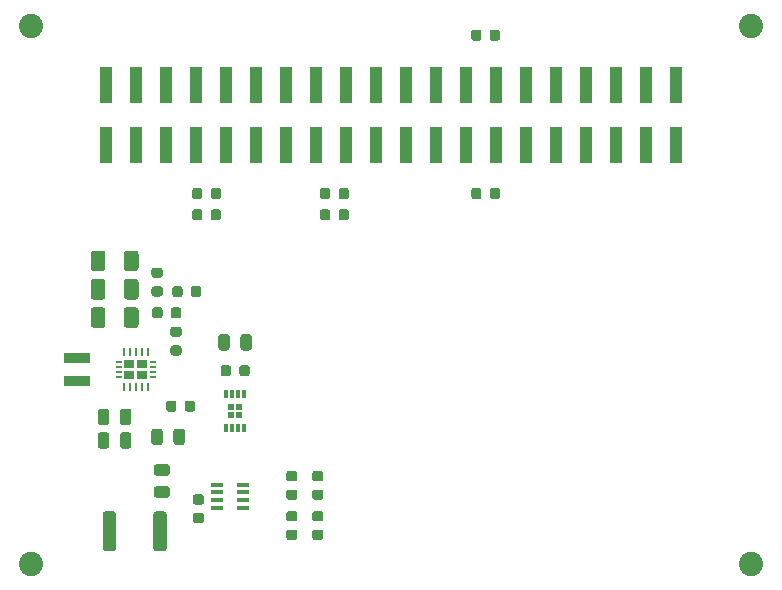
<source format=gtp>
G04 #@! TF.GenerationSoftware,KiCad,Pcbnew,5.1.6-c6e7f7d~86~ubuntu18.04.1*
G04 #@! TF.CreationDate,2020-07-16T01:51:11+09:00*
G04 #@! TF.ProjectId,WioTerminal_BatteryChassisAAA,57696f54-6572-46d6-996e-616c5f426174,rev?*
G04 #@! TF.SameCoordinates,PX206cc80PYfe6f74f0*
G04 #@! TF.FileFunction,Paste,Top*
G04 #@! TF.FilePolarity,Positive*
%FSLAX46Y46*%
G04 Gerber Fmt 4.6, Leading zero omitted, Abs format (unit mm)*
G04 Created by KiCad (PCBNEW 5.1.6-c6e7f7d~86~ubuntu18.04.1) date 2020-07-16 01:51:11*
%MOMM*%
%LPD*%
G01*
G04 APERTURE LIST*
%ADD10C,2.050000*%
%ADD11R,0.600000X0.150000*%
%ADD12O,0.230000X0.800000*%
%ADD13R,0.230000X0.230000*%
%ADD14R,0.900000X0.650000*%
%ADD15R,0.600000X0.230000*%
%ADD16R,1.060000X0.400000*%
%ADD17R,0.300000X0.750000*%
%ADD18R,0.600000X0.500000*%
%ADD19R,1.000000X3.150000*%
%ADD20R,2.300000X0.850000*%
G04 APERTURE END LIST*
D10*
X-30500000Y22750000D03*
X-30500000Y-22750000D03*
X30500000Y-22750000D03*
X30500000Y22750000D03*
D11*
X-20175000Y-6900000D03*
X-20175000Y-5700000D03*
X-23025000Y-6900000D03*
X-23025000Y-5700000D03*
D12*
X-22600000Y-7775000D03*
X-22100000Y-7775000D03*
D13*
X-21600000Y-8060000D03*
D12*
X-21100000Y-7775000D03*
D13*
X-20600000Y-8060000D03*
D12*
X-20600000Y-4825000D03*
X-21100000Y-4825000D03*
D13*
X-21600000Y-4540000D03*
X-22100000Y-4540000D03*
X-22600000Y-4540000D03*
D11*
X-23025000Y-6500000D03*
X-23025000Y-6100000D03*
X-20175000Y-6500000D03*
X-20175000Y-6100000D03*
D13*
X-22600000Y-8060000D03*
X-22100000Y-8060000D03*
D12*
X-21600000Y-7775000D03*
D13*
X-21100000Y-8060000D03*
D12*
X-20600000Y-7775000D03*
D13*
X-20600000Y-4540000D03*
X-21100000Y-4540000D03*
D12*
X-21600000Y-4825000D03*
X-22100000Y-4825000D03*
X-22600000Y-4825000D03*
D14*
X-22160000Y-6735000D03*
X-21040000Y-5865000D03*
X-21040000Y-6735000D03*
X-22160000Y-5865000D03*
D15*
X-23025000Y-6900000D03*
X-23025000Y-6500000D03*
X-23025000Y-6100000D03*
X-23025000Y-5700000D03*
X-20175000Y-6900000D03*
X-20175000Y-6500000D03*
X-20175000Y-6100000D03*
X-20175000Y-5700000D03*
G36*
G01*
X-21975000Y-11843750D02*
X-21975000Y-12756250D01*
G75*
G02*
X-22218750Y-13000000I-243750J0D01*
G01*
X-22706250Y-13000000D01*
G75*
G02*
X-22950000Y-12756250I0J243750D01*
G01*
X-22950000Y-11843750D01*
G75*
G02*
X-22706250Y-11600000I243750J0D01*
G01*
X-22218750Y-11600000D01*
G75*
G02*
X-21975000Y-11843750I0J-243750D01*
G01*
G37*
G36*
G01*
X-23850000Y-11843750D02*
X-23850000Y-12756250D01*
G75*
G02*
X-24093750Y-13000000I-243750J0D01*
G01*
X-24581250Y-13000000D01*
G75*
G02*
X-24825000Y-12756250I0J243750D01*
G01*
X-24825000Y-11843750D01*
G75*
G02*
X-24581250Y-11600000I243750J0D01*
G01*
X-24093750Y-11600000D01*
G75*
G02*
X-23850000Y-11843750I0J-243750D01*
G01*
G37*
G36*
G01*
X-16043750Y-19325000D02*
X-16556250Y-19325000D01*
G75*
G02*
X-16775000Y-19106250I0J218750D01*
G01*
X-16775000Y-18668750D01*
G75*
G02*
X-16556250Y-18450000I218750J0D01*
G01*
X-16043750Y-18450000D01*
G75*
G02*
X-15825000Y-18668750I0J-218750D01*
G01*
X-15825000Y-19106250D01*
G75*
G02*
X-16043750Y-19325000I-218750J0D01*
G01*
G37*
G36*
G01*
X-16043750Y-17750000D02*
X-16556250Y-17750000D01*
G75*
G02*
X-16775000Y-17531250I0J218750D01*
G01*
X-16775000Y-17093750D01*
G75*
G02*
X-16556250Y-16875000I218750J0D01*
G01*
X-16043750Y-16875000D01*
G75*
G02*
X-15825000Y-17093750I0J-218750D01*
G01*
X-15825000Y-17531250D01*
G75*
G02*
X-16043750Y-17750000I-218750J0D01*
G01*
G37*
G36*
G01*
X-23850000Y-9843750D02*
X-23850000Y-10756250D01*
G75*
G02*
X-24093750Y-11000000I-243750J0D01*
G01*
X-24581250Y-11000000D01*
G75*
G02*
X-24825000Y-10756250I0J243750D01*
G01*
X-24825000Y-9843750D01*
G75*
G02*
X-24581250Y-9600000I243750J0D01*
G01*
X-24093750Y-9600000D01*
G75*
G02*
X-23850000Y-9843750I0J-243750D01*
G01*
G37*
G36*
G01*
X-21975000Y-9843750D02*
X-21975000Y-10756250D01*
G75*
G02*
X-22218750Y-11000000I-243750J0D01*
G01*
X-22706250Y-11000000D01*
G75*
G02*
X-22950000Y-10756250I0J243750D01*
G01*
X-22950000Y-9843750D01*
G75*
G02*
X-22706250Y-9600000I243750J0D01*
G01*
X-22218750Y-9600000D01*
G75*
G02*
X-21975000Y-9843750I0J-243750D01*
G01*
G37*
G36*
G01*
X-14625000Y-4456250D02*
X-14625000Y-3543750D01*
G75*
G02*
X-14381250Y-3300000I243750J0D01*
G01*
X-13893750Y-3300000D01*
G75*
G02*
X-13650000Y-3543750I0J-243750D01*
G01*
X-13650000Y-4456250D01*
G75*
G02*
X-13893750Y-4700000I-243750J0D01*
G01*
X-14381250Y-4700000D01*
G75*
G02*
X-14625000Y-4456250I0J243750D01*
G01*
G37*
G36*
G01*
X-12750000Y-4456250D02*
X-12750000Y-3543750D01*
G75*
G02*
X-12506250Y-3300000I243750J0D01*
G01*
X-12018750Y-3300000D01*
G75*
G02*
X-11775000Y-3543750I0J-243750D01*
G01*
X-11775000Y-4456250D01*
G75*
G02*
X-12018750Y-4700000I-243750J0D01*
G01*
X-12506250Y-4700000D01*
G75*
G02*
X-12750000Y-4456250I0J243750D01*
G01*
G37*
G36*
G01*
X-17943750Y-3550000D02*
X-18456250Y-3550000D01*
G75*
G02*
X-18675000Y-3331250I0J218750D01*
G01*
X-18675000Y-2893750D01*
G75*
G02*
X-18456250Y-2675000I218750J0D01*
G01*
X-17943750Y-2675000D01*
G75*
G02*
X-17725000Y-2893750I0J-218750D01*
G01*
X-17725000Y-3331250D01*
G75*
G02*
X-17943750Y-3550000I-218750J0D01*
G01*
G37*
G36*
G01*
X-17943750Y-5125000D02*
X-18456250Y-5125000D01*
G75*
G02*
X-18675000Y-4906250I0J218750D01*
G01*
X-18675000Y-4468750D01*
G75*
G02*
X-18456250Y-4250000I218750J0D01*
G01*
X-17943750Y-4250000D01*
G75*
G02*
X-17725000Y-4468750I0J-218750D01*
G01*
X-17725000Y-4906250D01*
G75*
G02*
X-17943750Y-5125000I-218750J0D01*
G01*
G37*
G36*
G01*
X-16950000Y43750D02*
X-16950000Y556250D01*
G75*
G02*
X-16731250Y775000I218750J0D01*
G01*
X-16293750Y775000D01*
G75*
G02*
X-16075000Y556250I0J-218750D01*
G01*
X-16075000Y43750D01*
G75*
G02*
X-16293750Y-175000I-218750J0D01*
G01*
X-16731250Y-175000D01*
G75*
G02*
X-16950000Y43750I0J218750D01*
G01*
G37*
G36*
G01*
X-18525000Y43750D02*
X-18525000Y556250D01*
G75*
G02*
X-18306250Y775000I218750J0D01*
G01*
X-17868750Y775000D01*
G75*
G02*
X-17650000Y556250I0J-218750D01*
G01*
X-17650000Y43750D01*
G75*
G02*
X-17868750Y-175000I-218750J0D01*
G01*
X-18306250Y-175000D01*
G75*
G02*
X-18525000Y43750I0J218750D01*
G01*
G37*
G36*
G01*
X-21375000Y-1275000D02*
X-21375000Y-2525000D01*
G75*
G02*
X-21625000Y-2775000I-250000J0D01*
G01*
X-22375000Y-2775000D01*
G75*
G02*
X-22625000Y-2525000I0J250000D01*
G01*
X-22625000Y-1275000D01*
G75*
G02*
X-22375000Y-1025000I250000J0D01*
G01*
X-21625000Y-1025000D01*
G75*
G02*
X-21375000Y-1275000I0J-250000D01*
G01*
G37*
G36*
G01*
X-24175000Y-1275000D02*
X-24175000Y-2525000D01*
G75*
G02*
X-24425000Y-2775000I-250000J0D01*
G01*
X-25175000Y-2775000D01*
G75*
G02*
X-25425000Y-2525000I0J250000D01*
G01*
X-25425000Y-1275000D01*
G75*
G02*
X-25175000Y-1025000I250000J0D01*
G01*
X-24425000Y-1025000D01*
G75*
G02*
X-24175000Y-1275000I0J-250000D01*
G01*
G37*
G36*
G01*
X-24175000Y1125000D02*
X-24175000Y-125000D01*
G75*
G02*
X-24425000Y-375000I-250000J0D01*
G01*
X-25175000Y-375000D01*
G75*
G02*
X-25425000Y-125000I0J250000D01*
G01*
X-25425000Y1125000D01*
G75*
G02*
X-25175000Y1375000I250000J0D01*
G01*
X-24425000Y1375000D01*
G75*
G02*
X-24175000Y1125000I0J-250000D01*
G01*
G37*
G36*
G01*
X-21375000Y1125000D02*
X-21375000Y-125000D01*
G75*
G02*
X-21625000Y-375000I-250000J0D01*
G01*
X-22375000Y-375000D01*
G75*
G02*
X-22625000Y-125000I0J250000D01*
G01*
X-22625000Y1125000D01*
G75*
G02*
X-22375000Y1375000I250000J0D01*
G01*
X-21625000Y1375000D01*
G75*
G02*
X-21375000Y1125000I0J-250000D01*
G01*
G37*
G36*
G01*
X-21375000Y3525000D02*
X-21375000Y2275000D01*
G75*
G02*
X-21625000Y2025000I-250000J0D01*
G01*
X-22375000Y2025000D01*
G75*
G02*
X-22625000Y2275000I0J250000D01*
G01*
X-22625000Y3525000D01*
G75*
G02*
X-22375000Y3775000I250000J0D01*
G01*
X-21625000Y3775000D01*
G75*
G02*
X-21375000Y3525000I0J-250000D01*
G01*
G37*
G36*
G01*
X-24175000Y3525000D02*
X-24175000Y2275000D01*
G75*
G02*
X-24425000Y2025000I-250000J0D01*
G01*
X-25175000Y2025000D01*
G75*
G02*
X-25425000Y2275000I0J250000D01*
G01*
X-25425000Y3525000D01*
G75*
G02*
X-25175000Y3775000I250000J0D01*
G01*
X-24425000Y3775000D01*
G75*
G02*
X-24175000Y3525000I0J-250000D01*
G01*
G37*
G36*
G01*
X-19856250Y-14312500D02*
X-18943750Y-14312500D01*
G75*
G02*
X-18700000Y-14556250I0J-243750D01*
G01*
X-18700000Y-15043750D01*
G75*
G02*
X-18943750Y-15287500I-243750J0D01*
G01*
X-19856250Y-15287500D01*
G75*
G02*
X-20100000Y-15043750I0J243750D01*
G01*
X-20100000Y-14556250D01*
G75*
G02*
X-19856250Y-14312500I243750J0D01*
G01*
G37*
G36*
G01*
X-19856250Y-16187500D02*
X-18943750Y-16187500D01*
G75*
G02*
X-18700000Y-16431250I0J-243750D01*
G01*
X-18700000Y-16918750D01*
G75*
G02*
X-18943750Y-17162500I-243750J0D01*
G01*
X-19856250Y-17162500D01*
G75*
G02*
X-20100000Y-16918750I0J243750D01*
G01*
X-20100000Y-16431250D01*
G75*
G02*
X-19856250Y-16187500I243750J0D01*
G01*
G37*
G36*
G01*
X-3562500Y7056250D02*
X-3562500Y6543750D01*
G75*
G02*
X-3781250Y6325000I-218750J0D01*
G01*
X-4218750Y6325000D01*
G75*
G02*
X-4437500Y6543750I0J218750D01*
G01*
X-4437500Y7056250D01*
G75*
G02*
X-4218750Y7275000I218750J0D01*
G01*
X-3781250Y7275000D01*
G75*
G02*
X-3562500Y7056250I0J-218750D01*
G01*
G37*
G36*
G01*
X-5137500Y7056250D02*
X-5137500Y6543750D01*
G75*
G02*
X-5356250Y6325000I-218750J0D01*
G01*
X-5793750Y6325000D01*
G75*
G02*
X-6012500Y6543750I0J218750D01*
G01*
X-6012500Y7056250D01*
G75*
G02*
X-5793750Y7275000I218750J0D01*
G01*
X-5356250Y7275000D01*
G75*
G02*
X-5137500Y7056250I0J-218750D01*
G01*
G37*
G36*
G01*
X-6456250Y-16462500D02*
X-5943750Y-16462500D01*
G75*
G02*
X-5725000Y-16681250I0J-218750D01*
G01*
X-5725000Y-17118750D01*
G75*
G02*
X-5943750Y-17337500I-218750J0D01*
G01*
X-6456250Y-17337500D01*
G75*
G02*
X-6675000Y-17118750I0J218750D01*
G01*
X-6675000Y-16681250D01*
G75*
G02*
X-6456250Y-16462500I218750J0D01*
G01*
G37*
G36*
G01*
X-6456250Y-14887500D02*
X-5943750Y-14887500D01*
G75*
G02*
X-5725000Y-15106250I0J-218750D01*
G01*
X-5725000Y-15543750D01*
G75*
G02*
X-5943750Y-15762500I-218750J0D01*
G01*
X-6456250Y-15762500D01*
G75*
G02*
X-6675000Y-15543750I0J218750D01*
G01*
X-6675000Y-15106250D01*
G75*
G02*
X-6456250Y-14887500I218750J0D01*
G01*
G37*
G36*
G01*
X-6456250Y-18287500D02*
X-5943750Y-18287500D01*
G75*
G02*
X-5725000Y-18506250I0J-218750D01*
G01*
X-5725000Y-18943750D01*
G75*
G02*
X-5943750Y-19162500I-218750J0D01*
G01*
X-6456250Y-19162500D01*
G75*
G02*
X-6675000Y-18943750I0J218750D01*
G01*
X-6675000Y-18506250D01*
G75*
G02*
X-6456250Y-18287500I218750J0D01*
G01*
G37*
G36*
G01*
X-6456250Y-19862500D02*
X-5943750Y-19862500D01*
G75*
G02*
X-5725000Y-20081250I0J-218750D01*
G01*
X-5725000Y-20518750D01*
G75*
G02*
X-5943750Y-20737500I-218750J0D01*
G01*
X-6456250Y-20737500D01*
G75*
G02*
X-6675000Y-20518750I0J218750D01*
G01*
X-6675000Y-20081250D01*
G75*
G02*
X-6456250Y-19862500I218750J0D01*
G01*
G37*
G36*
G01*
X-3562500Y8856250D02*
X-3562500Y8343750D01*
G75*
G02*
X-3781250Y8125000I-218750J0D01*
G01*
X-4218750Y8125000D01*
G75*
G02*
X-4437500Y8343750I0J218750D01*
G01*
X-4437500Y8856250D01*
G75*
G02*
X-4218750Y9075000I218750J0D01*
G01*
X-3781250Y9075000D01*
G75*
G02*
X-3562500Y8856250I0J-218750D01*
G01*
G37*
G36*
G01*
X-5137500Y8856250D02*
X-5137500Y8343750D01*
G75*
G02*
X-5356250Y8125000I-218750J0D01*
G01*
X-5793750Y8125000D01*
G75*
G02*
X-6012500Y8343750I0J218750D01*
G01*
X-6012500Y8856250D01*
G75*
G02*
X-5793750Y9075000I218750J0D01*
G01*
X-5356250Y9075000D01*
G75*
G02*
X-5137500Y8856250I0J-218750D01*
G01*
G37*
G36*
G01*
X-8656250Y-16462500D02*
X-8143750Y-16462500D01*
G75*
G02*
X-7925000Y-16681250I0J-218750D01*
G01*
X-7925000Y-17118750D01*
G75*
G02*
X-8143750Y-17337500I-218750J0D01*
G01*
X-8656250Y-17337500D01*
G75*
G02*
X-8875000Y-17118750I0J218750D01*
G01*
X-8875000Y-16681250D01*
G75*
G02*
X-8656250Y-16462500I218750J0D01*
G01*
G37*
G36*
G01*
X-8656250Y-14887500D02*
X-8143750Y-14887500D01*
G75*
G02*
X-7925000Y-15106250I0J-218750D01*
G01*
X-7925000Y-15543750D01*
G75*
G02*
X-8143750Y-15762500I-218750J0D01*
G01*
X-8656250Y-15762500D01*
G75*
G02*
X-8875000Y-15543750I0J218750D01*
G01*
X-8875000Y-15106250D01*
G75*
G02*
X-8656250Y-14887500I218750J0D01*
G01*
G37*
G36*
G01*
X-8656250Y-18287500D02*
X-8143750Y-18287500D01*
G75*
G02*
X-7925000Y-18506250I0J-218750D01*
G01*
X-7925000Y-18943750D01*
G75*
G02*
X-8143750Y-19162500I-218750J0D01*
G01*
X-8656250Y-19162500D01*
G75*
G02*
X-8875000Y-18943750I0J218750D01*
G01*
X-8875000Y-18506250D01*
G75*
G02*
X-8656250Y-18287500I218750J0D01*
G01*
G37*
G36*
G01*
X-8656250Y-19862500D02*
X-8143750Y-19862500D01*
G75*
G02*
X-7925000Y-20081250I0J-218750D01*
G01*
X-7925000Y-20518750D01*
G75*
G02*
X-8143750Y-20737500I-218750J0D01*
G01*
X-8656250Y-20737500D01*
G75*
G02*
X-8875000Y-20518750I0J218750D01*
G01*
X-8875000Y-20081250D01*
G75*
G02*
X-8656250Y-19862500I218750J0D01*
G01*
G37*
G36*
G01*
X-20056250Y750000D02*
X-19543750Y750000D01*
G75*
G02*
X-19325000Y531250I0J-218750D01*
G01*
X-19325000Y93750D01*
G75*
G02*
X-19543750Y-125000I-218750J0D01*
G01*
X-20056250Y-125000D01*
G75*
G02*
X-20275000Y93750I0J218750D01*
G01*
X-20275000Y531250D01*
G75*
G02*
X-20056250Y750000I218750J0D01*
G01*
G37*
G36*
G01*
X-20056250Y2325000D02*
X-19543750Y2325000D01*
G75*
G02*
X-19325000Y2106250I0J-218750D01*
G01*
X-19325000Y1668750D01*
G75*
G02*
X-19543750Y1450000I-218750J0D01*
G01*
X-20056250Y1450000D01*
G75*
G02*
X-20275000Y1668750I0J218750D01*
G01*
X-20275000Y2106250D01*
G75*
G02*
X-20056250Y2325000I218750J0D01*
G01*
G37*
G36*
G01*
X-20212500Y-1756250D02*
X-20212500Y-1243750D01*
G75*
G02*
X-19993750Y-1025000I218750J0D01*
G01*
X-19556250Y-1025000D01*
G75*
G02*
X-19337500Y-1243750I0J-218750D01*
G01*
X-19337500Y-1756250D01*
G75*
G02*
X-19556250Y-1975000I-218750J0D01*
G01*
X-19993750Y-1975000D01*
G75*
G02*
X-20212500Y-1756250I0J218750D01*
G01*
G37*
G36*
G01*
X-18637500Y-1756250D02*
X-18637500Y-1243750D01*
G75*
G02*
X-18418750Y-1025000I218750J0D01*
G01*
X-17981250Y-1025000D01*
G75*
G02*
X-17762500Y-1243750I0J-218750D01*
G01*
X-17762500Y-1756250D01*
G75*
G02*
X-17981250Y-1975000I-218750J0D01*
G01*
X-18418750Y-1975000D01*
G75*
G02*
X-18637500Y-1756250I0J218750D01*
G01*
G37*
G36*
G01*
X-16587500Y-9143750D02*
X-16587500Y-9656250D01*
G75*
G02*
X-16806250Y-9875000I-218750J0D01*
G01*
X-17243750Y-9875000D01*
G75*
G02*
X-17462500Y-9656250I0J218750D01*
G01*
X-17462500Y-9143750D01*
G75*
G02*
X-17243750Y-8925000I218750J0D01*
G01*
X-16806250Y-8925000D01*
G75*
G02*
X-16587500Y-9143750I0J-218750D01*
G01*
G37*
G36*
G01*
X-18162500Y-9143750D02*
X-18162500Y-9656250D01*
G75*
G02*
X-18381250Y-9875000I-218750J0D01*
G01*
X-18818750Y-9875000D01*
G75*
G02*
X-19037500Y-9656250I0J218750D01*
G01*
X-19037500Y-9143750D01*
G75*
G02*
X-18818750Y-8925000I218750J0D01*
G01*
X-18381250Y-8925000D01*
G75*
G02*
X-18162500Y-9143750I0J-218750D01*
G01*
G37*
G36*
G01*
X8362500Y8343750D02*
X8362500Y8856250D01*
G75*
G02*
X8581250Y9075000I218750J0D01*
G01*
X9018750Y9075000D01*
G75*
G02*
X9237500Y8856250I0J-218750D01*
G01*
X9237500Y8343750D01*
G75*
G02*
X9018750Y8125000I-218750J0D01*
G01*
X8581250Y8125000D01*
G75*
G02*
X8362500Y8343750I0J218750D01*
G01*
G37*
G36*
G01*
X6787500Y8343750D02*
X6787500Y8856250D01*
G75*
G02*
X7006250Y9075000I218750J0D01*
G01*
X7443750Y9075000D01*
G75*
G02*
X7662500Y8856250I0J-218750D01*
G01*
X7662500Y8343750D01*
G75*
G02*
X7443750Y8125000I-218750J0D01*
G01*
X7006250Y8125000D01*
G75*
G02*
X6787500Y8343750I0J218750D01*
G01*
G37*
G36*
G01*
X8362500Y21743750D02*
X8362500Y22256250D01*
G75*
G02*
X8581250Y22475000I218750J0D01*
G01*
X9018750Y22475000D01*
G75*
G02*
X9237500Y22256250I0J-218750D01*
G01*
X9237500Y21743750D01*
G75*
G02*
X9018750Y21525000I-218750J0D01*
G01*
X8581250Y21525000D01*
G75*
G02*
X8362500Y21743750I0J218750D01*
G01*
G37*
G36*
G01*
X6787500Y21743750D02*
X6787500Y22256250D01*
G75*
G02*
X7006250Y22475000I218750J0D01*
G01*
X7443750Y22475000D01*
G75*
G02*
X7662500Y22256250I0J-218750D01*
G01*
X7662500Y21743750D01*
G75*
G02*
X7443750Y21525000I-218750J0D01*
G01*
X7006250Y21525000D01*
G75*
G02*
X6787500Y21743750I0J218750D01*
G01*
G37*
G36*
G01*
X-15962500Y7056250D02*
X-15962500Y6543750D01*
G75*
G02*
X-16181250Y6325000I-218750J0D01*
G01*
X-16618750Y6325000D01*
G75*
G02*
X-16837500Y6543750I0J218750D01*
G01*
X-16837500Y7056250D01*
G75*
G02*
X-16618750Y7275000I218750J0D01*
G01*
X-16181250Y7275000D01*
G75*
G02*
X-15962500Y7056250I0J-218750D01*
G01*
G37*
G36*
G01*
X-14387500Y7056250D02*
X-14387500Y6543750D01*
G75*
G02*
X-14606250Y6325000I-218750J0D01*
G01*
X-15043750Y6325000D01*
G75*
G02*
X-15262500Y6543750I0J218750D01*
G01*
X-15262500Y7056250D01*
G75*
G02*
X-15043750Y7275000I218750J0D01*
G01*
X-14606250Y7275000D01*
G75*
G02*
X-14387500Y7056250I0J-218750D01*
G01*
G37*
G36*
G01*
X-14387500Y8856250D02*
X-14387500Y8343750D01*
G75*
G02*
X-14606250Y8125000I-218750J0D01*
G01*
X-15043750Y8125000D01*
G75*
G02*
X-15262500Y8343750I0J218750D01*
G01*
X-15262500Y8856250D01*
G75*
G02*
X-15043750Y9075000I218750J0D01*
G01*
X-14606250Y9075000D01*
G75*
G02*
X-14387500Y8856250I0J-218750D01*
G01*
G37*
G36*
G01*
X-15962500Y8856250D02*
X-15962500Y8343750D01*
G75*
G02*
X-16181250Y8125000I-218750J0D01*
G01*
X-16618750Y8125000D01*
G75*
G02*
X-16837500Y8343750I0J218750D01*
G01*
X-16837500Y8856250D01*
G75*
G02*
X-16618750Y9075000I218750J0D01*
G01*
X-16181250Y9075000D01*
G75*
G02*
X-15962500Y8856250I0J-218750D01*
G01*
G37*
D16*
X-14700000Y-16040000D03*
X-14700000Y-16690000D03*
X-14700000Y-17350000D03*
X-14700000Y-18000000D03*
X-12500000Y-18000000D03*
X-12500000Y-17350000D03*
X-12500000Y-16690000D03*
X-12500000Y-16040000D03*
G36*
G01*
X-19000000Y-18549999D02*
X-19000000Y-21450001D01*
G75*
G02*
X-19249999Y-21700000I-249999J0D01*
G01*
X-19875001Y-21700000D01*
G75*
G02*
X-20125000Y-21450001I0J249999D01*
G01*
X-20125000Y-18549999D01*
G75*
G02*
X-19875001Y-18300000I249999J0D01*
G01*
X-19249999Y-18300000D01*
G75*
G02*
X-19000000Y-18549999I0J-249999D01*
G01*
G37*
G36*
G01*
X-23275000Y-18549999D02*
X-23275000Y-21450001D01*
G75*
G02*
X-23524999Y-21700000I-249999J0D01*
G01*
X-24150001Y-21700000D01*
G75*
G02*
X-24400000Y-21450001I0J249999D01*
G01*
X-24400000Y-18549999D01*
G75*
G02*
X-24150001Y-18300000I249999J0D01*
G01*
X-23524999Y-18300000D01*
G75*
G02*
X-23275000Y-18549999I0J-249999D01*
G01*
G37*
G36*
G01*
X-17437500Y-11543750D02*
X-17437500Y-12456250D01*
G75*
G02*
X-17681250Y-12700000I-243750J0D01*
G01*
X-18168750Y-12700000D01*
G75*
G02*
X-18412500Y-12456250I0J243750D01*
G01*
X-18412500Y-11543750D01*
G75*
G02*
X-18168750Y-11300000I243750J0D01*
G01*
X-17681250Y-11300000D01*
G75*
G02*
X-17437500Y-11543750I0J-243750D01*
G01*
G37*
G36*
G01*
X-19312500Y-11543750D02*
X-19312500Y-12456250D01*
G75*
G02*
X-19556250Y-12700000I-243750J0D01*
G01*
X-20043750Y-12700000D01*
G75*
G02*
X-20287500Y-12456250I0J243750D01*
G01*
X-20287500Y-11543750D01*
G75*
G02*
X-20043750Y-11300000I243750J0D01*
G01*
X-19556250Y-11300000D01*
G75*
G02*
X-19312500Y-11543750I0J-243750D01*
G01*
G37*
D17*
X-13950000Y-11250000D03*
X-13450000Y-11250000D03*
X-12950000Y-11250000D03*
X-12450000Y-11250000D03*
X-12450000Y-8350000D03*
X-12950000Y-8350000D03*
X-13450000Y-8350000D03*
X-13950000Y-8350000D03*
D18*
X-13575000Y-10125000D03*
X-12825000Y-10125000D03*
X-13575000Y-9475000D03*
X-12825000Y-9475000D03*
D19*
X-24130000Y12725000D03*
X-24130000Y17775000D03*
X-21590000Y12725000D03*
X-21590000Y17775000D03*
X-19050000Y12725000D03*
X-19050000Y17775000D03*
X-16510000Y12725000D03*
X-16510000Y17775000D03*
X-13970000Y12725000D03*
X-13970000Y17775000D03*
X-11430000Y12725000D03*
X-11430000Y17775000D03*
X-8890000Y12725000D03*
X-8890000Y17775000D03*
X-6350000Y12725000D03*
X-6350000Y17775000D03*
X-3810000Y12725000D03*
X-3810000Y17775000D03*
X-1270000Y12725000D03*
X-1270000Y17775000D03*
X1270000Y12725000D03*
X1270000Y17775000D03*
X3810000Y12725000D03*
X3810000Y17775000D03*
X6350000Y12725000D03*
X6350000Y17775000D03*
X8890000Y12725000D03*
X8890000Y17775000D03*
X11430000Y12725000D03*
X11430000Y17775000D03*
X13970000Y12725000D03*
X13970000Y17775000D03*
X16510000Y12725000D03*
X16510000Y17775000D03*
X19050000Y12725000D03*
X19050000Y17775000D03*
X21590000Y12725000D03*
X21590000Y17775000D03*
X24130000Y12725000D03*
X24130000Y17775000D03*
D20*
X-26600000Y-7275000D03*
X-26600000Y-5325000D03*
G36*
G01*
X-14412500Y-6656250D02*
X-14412500Y-6143750D01*
G75*
G02*
X-14193750Y-5925000I218750J0D01*
G01*
X-13756250Y-5925000D01*
G75*
G02*
X-13537500Y-6143750I0J-218750D01*
G01*
X-13537500Y-6656250D01*
G75*
G02*
X-13756250Y-6875000I-218750J0D01*
G01*
X-14193750Y-6875000D01*
G75*
G02*
X-14412500Y-6656250I0J218750D01*
G01*
G37*
G36*
G01*
X-12837500Y-6656250D02*
X-12837500Y-6143750D01*
G75*
G02*
X-12618750Y-5925000I218750J0D01*
G01*
X-12181250Y-5925000D01*
G75*
G02*
X-11962500Y-6143750I0J-218750D01*
G01*
X-11962500Y-6656250D01*
G75*
G02*
X-12181250Y-6875000I-218750J0D01*
G01*
X-12618750Y-6875000D01*
G75*
G02*
X-12837500Y-6656250I0J218750D01*
G01*
G37*
M02*

</source>
